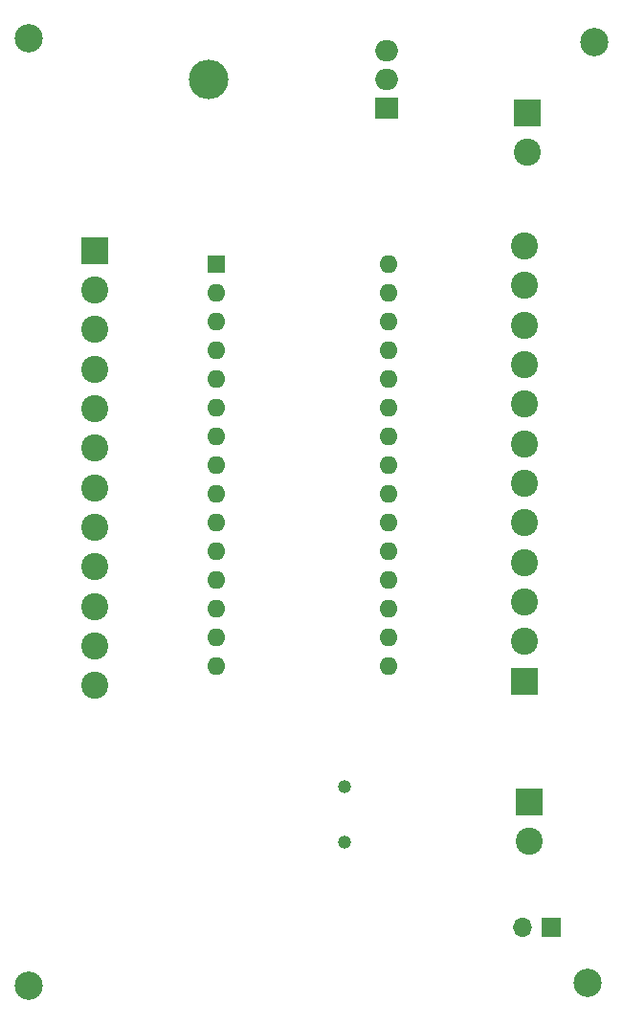
<source format=gbr>
%TF.GenerationSoftware,KiCad,Pcbnew,(6.0.10)*%
%TF.CreationDate,2023-02-10T12:49:53-06:00*%
%TF.ProjectId,lowerArm,6c6f7765-7241-4726-9d2e-6b696361645f,rev?*%
%TF.SameCoordinates,Original*%
%TF.FileFunction,Soldermask,Bot*%
%TF.FilePolarity,Negative*%
%FSLAX46Y46*%
G04 Gerber Fmt 4.6, Leading zero omitted, Abs format (unit mm)*
G04 Created by KiCad (PCBNEW (6.0.10)) date 2023-02-10 12:49:53*
%MOMM*%
%LPD*%
G01*
G04 APERTURE LIST*
%ADD10R,1.700000X1.700000*%
%ADD11O,1.700000X1.700000*%
%ADD12O,3.500000X3.500000*%
%ADD13R,2.000000X1.905000*%
%ADD14O,2.000000X1.905000*%
%ADD15R,2.400000X2.400000*%
%ADD16C,2.400000*%
%ADD17R,1.600000X1.600000*%
%ADD18O,1.600000X1.600000*%
%ADD19C,2.500000*%
%ADD20C,1.192000*%
G04 APERTURE END LIST*
D10*
%TO.C,REF\u002A\u002A*%
X168128000Y-126973000D03*
D11*
X165588000Y-126973000D03*
%TD*%
D12*
%TO.C,U1*%
X137776000Y-51943000D03*
D13*
X153576000Y-54483000D03*
D14*
X153576000Y-51943000D03*
X153576000Y-49403000D03*
%TD*%
D15*
%TO.C,J1*%
X127762000Y-67056000D03*
D16*
X127762000Y-70556000D03*
X127762000Y-74056000D03*
X127762000Y-77556000D03*
X127762000Y-81056000D03*
X127762000Y-84556000D03*
X127762000Y-88056000D03*
X127762000Y-91556000D03*
X127762000Y-95056000D03*
X127762000Y-98556000D03*
X127762000Y-102056000D03*
X127762000Y-105556000D03*
%TD*%
D17*
%TO.C,A1*%
X138490800Y-68224400D03*
D18*
X138490800Y-70764400D03*
X138490800Y-73304400D03*
X138490800Y-75844400D03*
X138490800Y-78384400D03*
X138490800Y-80924400D03*
X138490800Y-83464400D03*
X138490800Y-86004400D03*
X138490800Y-88544400D03*
X138490800Y-91084400D03*
X138490800Y-93624400D03*
X138490800Y-96164400D03*
X138490800Y-98704400D03*
X138490800Y-101244400D03*
X138490800Y-103784400D03*
X153730800Y-103784400D03*
X153730800Y-101244400D03*
X153730800Y-98704400D03*
X153730800Y-96164400D03*
X153730800Y-93624400D03*
X153730800Y-91084400D03*
X153730800Y-88544400D03*
X153730800Y-86004400D03*
X153730800Y-83464400D03*
X153730800Y-80924400D03*
X153730800Y-78384400D03*
X153730800Y-75844400D03*
X153730800Y-73304400D03*
X153730800Y-70764400D03*
X153730800Y-68224400D03*
%TD*%
D19*
%TO.C,REF\u002A\u002A*%
X171958000Y-48641000D03*
%TD*%
D15*
%TO.C,J2*%
X165762000Y-105152800D03*
D16*
X165762000Y-101652800D03*
X165762000Y-98152800D03*
X165762000Y-94652800D03*
X165762000Y-91152800D03*
X165762000Y-87652800D03*
X165762000Y-84152800D03*
X165762000Y-80652800D03*
X165762000Y-77152800D03*
X165762000Y-73652800D03*
X165762000Y-70152800D03*
X165762000Y-66652800D03*
%TD*%
D20*
%TO.C,U2*%
X149860000Y-119380000D03*
X149860000Y-114500000D03*
%TD*%
D19*
%TO.C,REF\u002A\u002A*%
X171323000Y-131826000D03*
%TD*%
%TO.C,REF\u002A\u002A*%
X121920000Y-48260000D03*
%TD*%
D15*
%TO.C,J3*%
X165989000Y-54885000D03*
D16*
X165989000Y-58385000D03*
%TD*%
D15*
%TO.C,J3*%
X166216000Y-115852000D03*
D16*
X166216000Y-119352000D03*
%TD*%
D19*
%TO.C,REF\u002A\u002A*%
X121920000Y-132080000D03*
%TD*%
M02*

</source>
